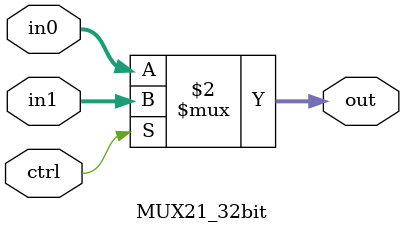
<source format=v>
module MUX21_32bit(in0,in1,ctrl,out);
parameter Nob=32; 
input [Nob-1:0] in0;
input [Nob-1:0] in1;
input ctrl;
output reg [Nob-1:0] out;

always @(ctrl or in0 or in1)
begin
out=(ctrl)?in1:in0;
end

endmodule

</source>
